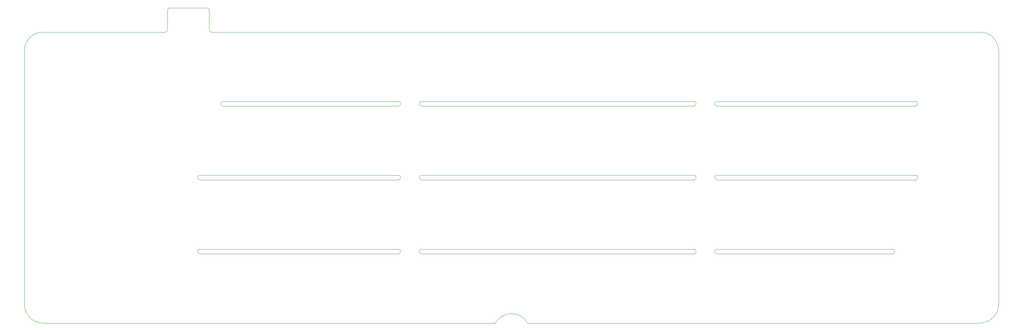
<source format=gm1>
G04 #@! TF.GenerationSoftware,KiCad,Pcbnew,(6.0.5-0)*
G04 #@! TF.CreationDate,2022-09-07T06:39:23-05:00*
G04 #@! TF.ProjectId,pcb,7063622e-6b69-4636-9164-5f7063625858,rev?*
G04 #@! TF.SameCoordinates,Original*
G04 #@! TF.FileFunction,Profile,NP*
%FSLAX46Y46*%
G04 Gerber Fmt 4.6, Leading zero omitted, Abs format (unit mm)*
G04 Created by KiCad (PCBNEW (6.0.5-0)) date 2022-09-07 06:39:23*
%MOMM*%
%LPD*%
G01*
G04 APERTURE LIST*
G04 #@! TA.AperFunction,Profile*
%ADD10C,0.050000*%
G04 #@! TD*
G04 APERTURE END LIST*
D10*
X91057416Y-43668942D02*
X91057416Y-38608805D01*
X305370145Y-49026759D02*
G75*
G03*
X300607600Y-44264255I-4762545J-41D01*
G01*
X150588667Y-81173661D02*
X99391798Y-81173661D01*
X226788731Y-82364339D02*
G75*
G03*
X226788731Y-81173661I69J595339D01*
G01*
X226788731Y-100223677D02*
X156541895Y-100223677D01*
X156541846Y-62123687D02*
X226788731Y-62123603D01*
X232741959Y-62123687D02*
X283938722Y-62123645D01*
X232741959Y-100223719D02*
X277985733Y-100223677D01*
X300607600Y-119273704D02*
G75*
G03*
X305370104Y-114511189I0J4762504D01*
G01*
X175591879Y-119273693D02*
X58910522Y-119273693D01*
X283938795Y-82364165D02*
G75*
G03*
X283938795Y-81173635I5J595265D01*
G01*
X58910522Y-44264248D02*
G75*
G03*
X54148018Y-49026759I8J-4762512D01*
G01*
X305370104Y-49026759D02*
X305370104Y-114511189D01*
X156541846Y-62123687D02*
G75*
G03*
X156541846Y-63314313I-46J-595313D01*
G01*
X232741910Y-81173671D02*
G75*
G03*
X232741910Y-82364329I-10J-595329D01*
G01*
X283938795Y-82364261D02*
X232741910Y-82364329D01*
X105344913Y-62123603D02*
X150588667Y-62123645D01*
X54148007Y-114511189D02*
G75*
G03*
X58910522Y-119273693I4762493J-11D01*
G01*
X232741910Y-81173703D02*
X283938795Y-81173635D01*
X105344913Y-63314229D02*
X150588667Y-63314271D01*
X283938722Y-63314271D02*
X232741959Y-63314313D01*
X226788731Y-63314229D02*
X156541846Y-63314313D01*
X183926259Y-119273693D02*
X300607600Y-119273693D01*
X101773130Y-43668958D02*
G75*
G03*
X102368363Y-44264270I595270J-42D01*
G01*
X156541895Y-100223697D02*
G75*
G03*
X156541895Y-101414303I-95J-595303D01*
G01*
X300607600Y-44264255D02*
X102368363Y-44264270D01*
X150588667Y-63314355D02*
G75*
G03*
X150588667Y-62123645I33J595355D01*
G01*
X150588667Y-101414165D02*
G75*
G03*
X150588667Y-100223635I33J595265D01*
G01*
X91652729Y-38013494D02*
X101177738Y-38013494D01*
X150588667Y-100223635D02*
X99391794Y-100223677D01*
X232741959Y-100223655D02*
G75*
G03*
X232741959Y-101414345I-59J-595345D01*
G01*
X99391798Y-82364287D02*
X150588667Y-82364287D01*
X156541895Y-81173713D02*
G75*
G03*
X156541895Y-82364287I-95J-595287D01*
G01*
X183926259Y-119273693D02*
G75*
G03*
X175591879Y-119273693I-4167190J-2381252D01*
G01*
X277985733Y-101414303D02*
X232741959Y-101414345D01*
X105344913Y-62123571D02*
G75*
G03*
X105344913Y-63314229I-13J-595329D01*
G01*
X283938722Y-63314355D02*
G75*
G03*
X283938722Y-62123645I78J595355D01*
G01*
X54148018Y-114511189D02*
X54148018Y-49026759D01*
X101773050Y-38608806D02*
X101773050Y-43668958D01*
X101773006Y-38608806D02*
G75*
G03*
X101177738Y-38013494I-595306J6D01*
G01*
X277985733Y-101414323D02*
G75*
G03*
X277985733Y-100223677I-33J595323D01*
G01*
X226788731Y-82364287D02*
X156541895Y-82364287D01*
X99391794Y-101414303D02*
X150588667Y-101414261D01*
X156541895Y-101414303D02*
X226788731Y-101414303D01*
X150588667Y-82364339D02*
G75*
G03*
X150588667Y-81173661I33J595339D01*
G01*
X226788731Y-101414323D02*
G75*
G03*
X226788731Y-100223677I69J595323D01*
G01*
X91652728Y-38013516D02*
G75*
G03*
X91057416Y-38608806I-28J-595284D01*
G01*
X99391794Y-100223697D02*
G75*
G03*
X99391794Y-101414303I6J-595303D01*
G01*
X90462104Y-44264216D02*
G75*
G03*
X91057416Y-43668943I-4J595316D01*
G01*
X232741959Y-62123687D02*
G75*
G03*
X232741959Y-63314313I-59J-595313D01*
G01*
X226788731Y-63314197D02*
G75*
G03*
X226788731Y-62123603I69J595297D01*
G01*
X58910522Y-44264255D02*
X90462104Y-44264255D01*
X99391798Y-81173713D02*
G75*
G03*
X99391798Y-82364287I2J-595287D01*
G01*
X156541895Y-81173661D02*
X226788731Y-81173661D01*
M02*

</source>
